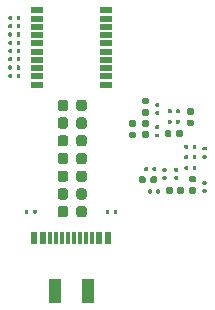
<source format=gbr>
%TF.GenerationSoftware,KiCad,Pcbnew,(5.1.9-0-10_14)*%
%TF.CreationDate,2021-10-13T13:46:12+02:00*%
%TF.ProjectId,s1-ecg-demo,73312d65-6367-42d6-9465-6d6f2e6b6963,2*%
%TF.SameCoordinates,Original*%
%TF.FileFunction,Paste,Top*%
%TF.FilePolarity,Positive*%
%FSLAX46Y46*%
G04 Gerber Fmt 4.6, Leading zero omitted, Abs format (unit mm)*
G04 Created by KiCad (PCBNEW (5.1.9-0-10_14)) date 2021-10-13 13:46:12*
%MOMM*%
%LPD*%
G01*
G04 APERTURE LIST*
%ADD10R,0.990600X2.006600*%
%ADD11R,0.558800X1.092200*%
%ADD12R,0.304800X1.041400*%
%ADD13R,1.000000X0.480000*%
G04 APERTURE END LIST*
%TO.C,R3*%
G36*
G01*
X133796000Y-97500500D02*
X133796000Y-97299500D01*
G75*
G02*
X133875500Y-97220000I79500J0D01*
G01*
X134034500Y-97220000D01*
G75*
G02*
X134114000Y-97299500I0J-79500D01*
G01*
X134114000Y-97500500D01*
G75*
G02*
X134034500Y-97580000I-79500J0D01*
G01*
X133875500Y-97580000D01*
G75*
G02*
X133796000Y-97500500I0J79500D01*
G01*
G37*
G36*
G01*
X134486000Y-97500500D02*
X134486000Y-97299500D01*
G75*
G02*
X134565500Y-97220000I79500J0D01*
G01*
X134724500Y-97220000D01*
G75*
G02*
X134804000Y-97299500I0J-79500D01*
G01*
X134804000Y-97500500D01*
G75*
G02*
X134724500Y-97580000I-79500J0D01*
G01*
X134565500Y-97580000D01*
G75*
G02*
X134486000Y-97500500I0J79500D01*
G01*
G37*
%TD*%
%TO.C,C6*%
G36*
G01*
X144470000Y-103120000D02*
X144130000Y-103120000D01*
G75*
G02*
X143990000Y-102980000I0J140000D01*
G01*
X143990000Y-102700000D01*
G75*
G02*
X144130000Y-102560000I140000J0D01*
G01*
X144470000Y-102560000D01*
G75*
G02*
X144610000Y-102700000I0J-140000D01*
G01*
X144610000Y-102980000D01*
G75*
G02*
X144470000Y-103120000I-140000J0D01*
G01*
G37*
G36*
G01*
X144470000Y-104080000D02*
X144130000Y-104080000D01*
G75*
G02*
X143990000Y-103940000I0J140000D01*
G01*
X143990000Y-103660000D01*
G75*
G02*
X144130000Y-103520000I140000J0D01*
G01*
X144470000Y-103520000D01*
G75*
G02*
X144610000Y-103660000I0J-140000D01*
G01*
X144610000Y-103940000D01*
G75*
G02*
X144470000Y-104080000I-140000J0D01*
G01*
G37*
%TD*%
D10*
%TO.C,J6*%
X140499999Y-116996000D03*
X137700000Y-116996000D03*
D11*
X142199999Y-112500000D03*
X141450000Y-112500000D03*
D12*
X140849999Y-112500000D03*
X140350000Y-112500000D03*
X139850001Y-112500000D03*
X139349999Y-112500000D03*
X138850000Y-112500000D03*
X138349999Y-112500000D03*
X137850000Y-112500000D03*
X137350001Y-112500000D03*
D11*
X136749999Y-112500000D03*
X136000000Y-112500000D03*
%TD*%
%TO.C,R15*%
G36*
G01*
X135176000Y-110400500D02*
X135176000Y-110199500D01*
G75*
G02*
X135255500Y-110120000I79500J0D01*
G01*
X135414500Y-110120000D01*
G75*
G02*
X135494000Y-110199500I0J-79500D01*
G01*
X135494000Y-110400500D01*
G75*
G02*
X135414500Y-110480000I-79500J0D01*
G01*
X135255500Y-110480000D01*
G75*
G02*
X135176000Y-110400500I0J79500D01*
G01*
G37*
G36*
G01*
X135866000Y-110400500D02*
X135866000Y-110199500D01*
G75*
G02*
X135945500Y-110120000I79500J0D01*
G01*
X136104500Y-110120000D01*
G75*
G02*
X136184000Y-110199500I0J-79500D01*
G01*
X136184000Y-110400500D01*
G75*
G02*
X136104500Y-110480000I-79500J0D01*
G01*
X135945500Y-110480000D01*
G75*
G02*
X135866000Y-110400500I0J79500D01*
G01*
G37*
%TD*%
%TO.C,LED4*%
G36*
G01*
X138845799Y-107043750D02*
X138845799Y-107556250D01*
G75*
G02*
X138627049Y-107775000I-218750J0D01*
G01*
X138189549Y-107775000D01*
G75*
G02*
X137970799Y-107556250I0J218750D01*
G01*
X137970799Y-107043750D01*
G75*
G02*
X138189549Y-106825000I218750J0D01*
G01*
X138627049Y-106825000D01*
G75*
G02*
X138845799Y-107043750I0J-218750D01*
G01*
G37*
G36*
G01*
X140420799Y-107043750D02*
X140420799Y-107556250D01*
G75*
G02*
X140202049Y-107775000I-218750J0D01*
G01*
X139764549Y-107775000D01*
G75*
G02*
X139545799Y-107556250I0J218750D01*
G01*
X139545799Y-107043750D01*
G75*
G02*
X139764549Y-106825000I218750J0D01*
G01*
X140202049Y-106825000D01*
G75*
G02*
X140420799Y-107043750I0J-218750D01*
G01*
G37*
%TD*%
%TO.C,R23*%
G36*
G01*
X133796000Y-96800500D02*
X133796000Y-96599500D01*
G75*
G02*
X133875500Y-96520000I79500J0D01*
G01*
X134034500Y-96520000D01*
G75*
G02*
X134114000Y-96599500I0J-79500D01*
G01*
X134114000Y-96800500D01*
G75*
G02*
X134034500Y-96880000I-79500J0D01*
G01*
X133875500Y-96880000D01*
G75*
G02*
X133796000Y-96800500I0J79500D01*
G01*
G37*
G36*
G01*
X134486000Y-96800500D02*
X134486000Y-96599500D01*
G75*
G02*
X134565500Y-96520000I79500J0D01*
G01*
X134724500Y-96520000D01*
G75*
G02*
X134804000Y-96599500I0J-79500D01*
G01*
X134804000Y-96800500D01*
G75*
G02*
X134724500Y-96880000I-79500J0D01*
G01*
X134565500Y-96880000D01*
G75*
G02*
X134486000Y-96800500I0J79500D01*
G01*
G37*
%TD*%
%TO.C,R22*%
G36*
G01*
X133796000Y-98200500D02*
X133796000Y-97999500D01*
G75*
G02*
X133875500Y-97920000I79500J0D01*
G01*
X134034500Y-97920000D01*
G75*
G02*
X134114000Y-97999500I0J-79500D01*
G01*
X134114000Y-98200500D01*
G75*
G02*
X134034500Y-98280000I-79500J0D01*
G01*
X133875500Y-98280000D01*
G75*
G02*
X133796000Y-98200500I0J79500D01*
G01*
G37*
G36*
G01*
X134486000Y-98200500D02*
X134486000Y-97999500D01*
G75*
G02*
X134565500Y-97920000I79500J0D01*
G01*
X134724500Y-97920000D01*
G75*
G02*
X134804000Y-97999500I0J-79500D01*
G01*
X134804000Y-98200500D01*
G75*
G02*
X134724500Y-98280000I-79500J0D01*
G01*
X134565500Y-98280000D01*
G75*
G02*
X134486000Y-98200500I0J79500D01*
G01*
G37*
%TD*%
%TO.C,R21*%
G36*
G01*
X133796000Y-98900500D02*
X133796000Y-98699500D01*
G75*
G02*
X133875500Y-98620000I79500J0D01*
G01*
X134034500Y-98620000D01*
G75*
G02*
X134114000Y-98699500I0J-79500D01*
G01*
X134114000Y-98900500D01*
G75*
G02*
X134034500Y-98980000I-79500J0D01*
G01*
X133875500Y-98980000D01*
G75*
G02*
X133796000Y-98900500I0J79500D01*
G01*
G37*
G36*
G01*
X134486000Y-98900500D02*
X134486000Y-98699500D01*
G75*
G02*
X134565500Y-98620000I79500J0D01*
G01*
X134724500Y-98620000D01*
G75*
G02*
X134804000Y-98699500I0J-79500D01*
G01*
X134804000Y-98900500D01*
G75*
G02*
X134724500Y-98980000I-79500J0D01*
G01*
X134565500Y-98980000D01*
G75*
G02*
X134486000Y-98900500I0J79500D01*
G01*
G37*
%TD*%
%TO.C,R20*%
G36*
G01*
X133796000Y-95400500D02*
X133796000Y-95199500D01*
G75*
G02*
X133875500Y-95120000I79500J0D01*
G01*
X134034500Y-95120000D01*
G75*
G02*
X134114000Y-95199500I0J-79500D01*
G01*
X134114000Y-95400500D01*
G75*
G02*
X134034500Y-95480000I-79500J0D01*
G01*
X133875500Y-95480000D01*
G75*
G02*
X133796000Y-95400500I0J79500D01*
G01*
G37*
G36*
G01*
X134486000Y-95400500D02*
X134486000Y-95199500D01*
G75*
G02*
X134565500Y-95120000I79500J0D01*
G01*
X134724500Y-95120000D01*
G75*
G02*
X134804000Y-95199500I0J-79500D01*
G01*
X134804000Y-95400500D01*
G75*
G02*
X134724500Y-95480000I-79500J0D01*
G01*
X134565500Y-95480000D01*
G75*
G02*
X134486000Y-95400500I0J79500D01*
G01*
G37*
%TD*%
%TO.C,R19*%
G36*
G01*
X133796000Y-94700500D02*
X133796000Y-94499500D01*
G75*
G02*
X133875500Y-94420000I79500J0D01*
G01*
X134034500Y-94420000D01*
G75*
G02*
X134114000Y-94499500I0J-79500D01*
G01*
X134114000Y-94700500D01*
G75*
G02*
X134034500Y-94780000I-79500J0D01*
G01*
X133875500Y-94780000D01*
G75*
G02*
X133796000Y-94700500I0J79500D01*
G01*
G37*
G36*
G01*
X134486000Y-94700500D02*
X134486000Y-94499500D01*
G75*
G02*
X134565500Y-94420000I79500J0D01*
G01*
X134724500Y-94420000D01*
G75*
G02*
X134804000Y-94499500I0J-79500D01*
G01*
X134804000Y-94700500D01*
G75*
G02*
X134724500Y-94780000I-79500J0D01*
G01*
X134565500Y-94780000D01*
G75*
G02*
X134486000Y-94700500I0J79500D01*
G01*
G37*
%TD*%
%TO.C,R18*%
G36*
G01*
X133796000Y-94000500D02*
X133796000Y-93799500D01*
G75*
G02*
X133875500Y-93720000I79500J0D01*
G01*
X134034500Y-93720000D01*
G75*
G02*
X134114000Y-93799500I0J-79500D01*
G01*
X134114000Y-94000500D01*
G75*
G02*
X134034500Y-94080000I-79500J0D01*
G01*
X133875500Y-94080000D01*
G75*
G02*
X133796000Y-94000500I0J79500D01*
G01*
G37*
G36*
G01*
X134486000Y-94000500D02*
X134486000Y-93799500D01*
G75*
G02*
X134565500Y-93720000I79500J0D01*
G01*
X134724500Y-93720000D01*
G75*
G02*
X134804000Y-93799500I0J-79500D01*
G01*
X134804000Y-94000500D01*
G75*
G02*
X134724500Y-94080000I-79500J0D01*
G01*
X134565500Y-94080000D01*
G75*
G02*
X134486000Y-94000500I0J79500D01*
G01*
G37*
%TD*%
%TO.C,R8*%
G36*
G01*
X146500500Y-102104000D02*
X146299500Y-102104000D01*
G75*
G02*
X146220000Y-102024500I0J79500D01*
G01*
X146220000Y-101865500D01*
G75*
G02*
X146299500Y-101786000I79500J0D01*
G01*
X146500500Y-101786000D01*
G75*
G02*
X146580000Y-101865500I0J-79500D01*
G01*
X146580000Y-102024500D01*
G75*
G02*
X146500500Y-102104000I-79500J0D01*
G01*
G37*
G36*
G01*
X146500500Y-101414000D02*
X146299500Y-101414000D01*
G75*
G02*
X146220000Y-101334500I0J79500D01*
G01*
X146220000Y-101175500D01*
G75*
G02*
X146299500Y-101096000I79500J0D01*
G01*
X146500500Y-101096000D01*
G75*
G02*
X146580000Y-101175500I0J-79500D01*
G01*
X146580000Y-101334500D01*
G75*
G02*
X146500500Y-101414000I-79500J0D01*
G01*
G37*
%TD*%
%TO.C,R5*%
G36*
G01*
X146299500Y-102996000D02*
X146500500Y-102996000D01*
G75*
G02*
X146580000Y-103075500I0J-79500D01*
G01*
X146580000Y-103234500D01*
G75*
G02*
X146500500Y-103314000I-79500J0D01*
G01*
X146299500Y-103314000D01*
G75*
G02*
X146220000Y-103234500I0J79500D01*
G01*
X146220000Y-103075500D01*
G75*
G02*
X146299500Y-102996000I79500J0D01*
G01*
G37*
G36*
G01*
X146299500Y-103686000D02*
X146500500Y-103686000D01*
G75*
G02*
X146580000Y-103765500I0J-79500D01*
G01*
X146580000Y-103924500D01*
G75*
G02*
X146500500Y-104004000I-79500J0D01*
G01*
X146299500Y-104004000D01*
G75*
G02*
X146220000Y-103924500I0J79500D01*
G01*
X146220000Y-103765500D01*
G75*
G02*
X146299500Y-103686000I79500J0D01*
G01*
G37*
%TD*%
%TO.C,R1*%
G36*
G01*
X147296000Y-102800500D02*
X147296000Y-102599500D01*
G75*
G02*
X147375500Y-102520000I79500J0D01*
G01*
X147534500Y-102520000D01*
G75*
G02*
X147614000Y-102599500I0J-79500D01*
G01*
X147614000Y-102800500D01*
G75*
G02*
X147534500Y-102880000I-79500J0D01*
G01*
X147375500Y-102880000D01*
G75*
G02*
X147296000Y-102800500I0J79500D01*
G01*
G37*
G36*
G01*
X147986000Y-102800500D02*
X147986000Y-102599500D01*
G75*
G02*
X148065500Y-102520000I79500J0D01*
G01*
X148224500Y-102520000D01*
G75*
G02*
X148304000Y-102599500I0J-79500D01*
G01*
X148304000Y-102800500D01*
G75*
G02*
X148224500Y-102880000I-79500J0D01*
G01*
X148065500Y-102880000D01*
G75*
G02*
X147986000Y-102800500I0J79500D01*
G01*
G37*
%TD*%
%TO.C,R4*%
G36*
G01*
X148696000Y-105800500D02*
X148696000Y-105599500D01*
G75*
G02*
X148775500Y-105520000I79500J0D01*
G01*
X148934500Y-105520000D01*
G75*
G02*
X149014000Y-105599500I0J-79500D01*
G01*
X149014000Y-105800500D01*
G75*
G02*
X148934500Y-105880000I-79500J0D01*
G01*
X148775500Y-105880000D01*
G75*
G02*
X148696000Y-105800500I0J79500D01*
G01*
G37*
G36*
G01*
X149386000Y-105800500D02*
X149386000Y-105599500D01*
G75*
G02*
X149465500Y-105520000I79500J0D01*
G01*
X149624500Y-105520000D01*
G75*
G02*
X149704000Y-105599500I0J-79500D01*
G01*
X149704000Y-105800500D01*
G75*
G02*
X149624500Y-105880000I-79500J0D01*
G01*
X149465500Y-105880000D01*
G75*
G02*
X149386000Y-105800500I0J79500D01*
G01*
G37*
%TD*%
%TO.C,R2*%
G36*
G01*
X148696000Y-104900500D02*
X148696000Y-104699500D01*
G75*
G02*
X148775500Y-104620000I79500J0D01*
G01*
X148934500Y-104620000D01*
G75*
G02*
X149014000Y-104699500I0J-79500D01*
G01*
X149014000Y-104900500D01*
G75*
G02*
X148934500Y-104980000I-79500J0D01*
G01*
X148775500Y-104980000D01*
G75*
G02*
X148696000Y-104900500I0J79500D01*
G01*
G37*
G36*
G01*
X149386000Y-104900500D02*
X149386000Y-104699500D01*
G75*
G02*
X149465500Y-104620000I79500J0D01*
G01*
X149624500Y-104620000D01*
G75*
G02*
X149704000Y-104699500I0J-79500D01*
G01*
X149704000Y-104900500D01*
G75*
G02*
X149624500Y-104980000I-79500J0D01*
G01*
X149465500Y-104980000D01*
G75*
G02*
X149386000Y-104900500I0J79500D01*
G01*
G37*
%TD*%
%TO.C,R11*%
G36*
G01*
X146604000Y-108499500D02*
X146604000Y-108700500D01*
G75*
G02*
X146524500Y-108780000I-79500J0D01*
G01*
X146365500Y-108780000D01*
G75*
G02*
X146286000Y-108700500I0J79500D01*
G01*
X146286000Y-108499500D01*
G75*
G02*
X146365500Y-108420000I79500J0D01*
G01*
X146524500Y-108420000D01*
G75*
G02*
X146604000Y-108499500I0J-79500D01*
G01*
G37*
G36*
G01*
X145914000Y-108499500D02*
X145914000Y-108700500D01*
G75*
G02*
X145834500Y-108780000I-79500J0D01*
G01*
X145675500Y-108780000D01*
G75*
G02*
X145596000Y-108700500I0J79500D01*
G01*
X145596000Y-108499500D01*
G75*
G02*
X145675500Y-108420000I79500J0D01*
G01*
X145834500Y-108420000D01*
G75*
G02*
X145914000Y-108499500I0J-79500D01*
G01*
G37*
%TD*%
%TO.C,R9*%
G36*
G01*
X150500500Y-108704000D02*
X150299500Y-108704000D01*
G75*
G02*
X150220000Y-108624500I0J79500D01*
G01*
X150220000Y-108465500D01*
G75*
G02*
X150299500Y-108386000I79500J0D01*
G01*
X150500500Y-108386000D01*
G75*
G02*
X150580000Y-108465500I0J-79500D01*
G01*
X150580000Y-108624500D01*
G75*
G02*
X150500500Y-108704000I-79500J0D01*
G01*
G37*
G36*
G01*
X150500500Y-108014000D02*
X150299500Y-108014000D01*
G75*
G02*
X150220000Y-107934500I0J79500D01*
G01*
X150220000Y-107775500D01*
G75*
G02*
X150299500Y-107696000I79500J0D01*
G01*
X150500500Y-107696000D01*
G75*
G02*
X150580000Y-107775500I0J-79500D01*
G01*
X150580000Y-107934500D01*
G75*
G02*
X150500500Y-108014000I-79500J0D01*
G01*
G37*
%TD*%
%TO.C,R14*%
G36*
G01*
X146304000Y-106599500D02*
X146304000Y-106800500D01*
G75*
G02*
X146224500Y-106880000I-79500J0D01*
G01*
X146065500Y-106880000D01*
G75*
G02*
X145986000Y-106800500I0J79500D01*
G01*
X145986000Y-106599500D01*
G75*
G02*
X146065500Y-106520000I79500J0D01*
G01*
X146224500Y-106520000D01*
G75*
G02*
X146304000Y-106599500I0J-79500D01*
G01*
G37*
G36*
G01*
X145614000Y-106599500D02*
X145614000Y-106800500D01*
G75*
G02*
X145534500Y-106880000I-79500J0D01*
G01*
X145375500Y-106880000D01*
G75*
G02*
X145296000Y-106800500I0J79500D01*
G01*
X145296000Y-106599500D01*
G75*
G02*
X145375500Y-106520000I79500J0D01*
G01*
X145534500Y-106520000D01*
G75*
G02*
X145614000Y-106599500I0J-79500D01*
G01*
G37*
%TD*%
%TO.C,R13*%
G36*
G01*
X147100500Y-107604000D02*
X146899500Y-107604000D01*
G75*
G02*
X146820000Y-107524500I0J79500D01*
G01*
X146820000Y-107365500D01*
G75*
G02*
X146899500Y-107286000I79500J0D01*
G01*
X147100500Y-107286000D01*
G75*
G02*
X147180000Y-107365500I0J-79500D01*
G01*
X147180000Y-107524500D01*
G75*
G02*
X147100500Y-107604000I-79500J0D01*
G01*
G37*
G36*
G01*
X147100500Y-106914000D02*
X146899500Y-106914000D01*
G75*
G02*
X146820000Y-106834500I0J79500D01*
G01*
X146820000Y-106675500D01*
G75*
G02*
X146899500Y-106596000I79500J0D01*
G01*
X147100500Y-106596000D01*
G75*
G02*
X147180000Y-106675500I0J-79500D01*
G01*
X147180000Y-106834500D01*
G75*
G02*
X147100500Y-106914000I-79500J0D01*
G01*
G37*
%TD*%
%TO.C,R7*%
G36*
G01*
X150299500Y-104796000D02*
X150500500Y-104796000D01*
G75*
G02*
X150580000Y-104875500I0J-79500D01*
G01*
X150580000Y-105034500D01*
G75*
G02*
X150500500Y-105114000I-79500J0D01*
G01*
X150299500Y-105114000D01*
G75*
G02*
X150220000Y-105034500I0J79500D01*
G01*
X150220000Y-104875500D01*
G75*
G02*
X150299500Y-104796000I79500J0D01*
G01*
G37*
G36*
G01*
X150299500Y-105486000D02*
X150500500Y-105486000D01*
G75*
G02*
X150580000Y-105565500I0J-79500D01*
G01*
X150580000Y-105724500D01*
G75*
G02*
X150500500Y-105804000I-79500J0D01*
G01*
X150299500Y-105804000D01*
G75*
G02*
X150220000Y-105724500I0J79500D01*
G01*
X150220000Y-105565500D01*
G75*
G02*
X150299500Y-105486000I79500J0D01*
G01*
G37*
%TD*%
%TO.C,R6*%
G36*
G01*
X149704000Y-106499500D02*
X149704000Y-106700500D01*
G75*
G02*
X149624500Y-106780000I-79500J0D01*
G01*
X149465500Y-106780000D01*
G75*
G02*
X149386000Y-106700500I0J79500D01*
G01*
X149386000Y-106499500D01*
G75*
G02*
X149465500Y-106420000I79500J0D01*
G01*
X149624500Y-106420000D01*
G75*
G02*
X149704000Y-106499500I0J-79500D01*
G01*
G37*
G36*
G01*
X149014000Y-106499500D02*
X149014000Y-106700500D01*
G75*
G02*
X148934500Y-106780000I-79500J0D01*
G01*
X148775500Y-106780000D01*
G75*
G02*
X148696000Y-106700500I0J79500D01*
G01*
X148696000Y-106499500D01*
G75*
G02*
X148775500Y-106420000I79500J0D01*
G01*
X148934500Y-106420000D01*
G75*
G02*
X149014000Y-106499500I0J-79500D01*
G01*
G37*
%TD*%
%TO.C,R10*%
G36*
G01*
X148304000Y-101699500D02*
X148304000Y-101900500D01*
G75*
G02*
X148224500Y-101980000I-79500J0D01*
G01*
X148065500Y-101980000D01*
G75*
G02*
X147986000Y-101900500I0J79500D01*
G01*
X147986000Y-101699500D01*
G75*
G02*
X148065500Y-101620000I79500J0D01*
G01*
X148224500Y-101620000D01*
G75*
G02*
X148304000Y-101699500I0J-79500D01*
G01*
G37*
G36*
G01*
X147614000Y-101699500D02*
X147614000Y-101900500D01*
G75*
G02*
X147534500Y-101980000I-79500J0D01*
G01*
X147375500Y-101980000D01*
G75*
G02*
X147296000Y-101900500I0J79500D01*
G01*
X147296000Y-101699500D01*
G75*
G02*
X147375500Y-101620000I79500J0D01*
G01*
X147534500Y-101620000D01*
G75*
G02*
X147614000Y-101699500I0J-79500D01*
G01*
G37*
%TD*%
%TO.C,R12*%
G36*
G01*
X148100500Y-107604000D02*
X147899500Y-107604000D01*
G75*
G02*
X147820000Y-107524500I0J79500D01*
G01*
X147820000Y-107365500D01*
G75*
G02*
X147899500Y-107286000I79500J0D01*
G01*
X148100500Y-107286000D01*
G75*
G02*
X148180000Y-107365500I0J-79500D01*
G01*
X148180000Y-107524500D01*
G75*
G02*
X148100500Y-107604000I-79500J0D01*
G01*
G37*
G36*
G01*
X148100500Y-106914000D02*
X147899500Y-106914000D01*
G75*
G02*
X147820000Y-106834500I0J79500D01*
G01*
X147820000Y-106675500D01*
G75*
G02*
X147899500Y-106596000I79500J0D01*
G01*
X148100500Y-106596000D01*
G75*
G02*
X148180000Y-106675500I0J-79500D01*
G01*
X148180000Y-106834500D01*
G75*
G02*
X148100500Y-106914000I-79500J0D01*
G01*
G37*
%TD*%
%TO.C,R17*%
G36*
G01*
X133796000Y-96100500D02*
X133796000Y-95899500D01*
G75*
G02*
X133875500Y-95820000I79500J0D01*
G01*
X134034500Y-95820000D01*
G75*
G02*
X134114000Y-95899500I0J-79500D01*
G01*
X134114000Y-96100500D01*
G75*
G02*
X134034500Y-96180000I-79500J0D01*
G01*
X133875500Y-96180000D01*
G75*
G02*
X133796000Y-96100500I0J79500D01*
G01*
G37*
G36*
G01*
X134486000Y-96100500D02*
X134486000Y-95899500D01*
G75*
G02*
X134565500Y-95820000I79500J0D01*
G01*
X134724500Y-95820000D01*
G75*
G02*
X134804000Y-95899500I0J-79500D01*
G01*
X134804000Y-96100500D01*
G75*
G02*
X134724500Y-96180000I-79500J0D01*
G01*
X134565500Y-96180000D01*
G75*
G02*
X134486000Y-96100500I0J79500D01*
G01*
G37*
%TD*%
%TO.C,R16*%
G36*
G01*
X143024000Y-110199500D02*
X143024000Y-110400500D01*
G75*
G02*
X142944500Y-110480000I-79500J0D01*
G01*
X142785500Y-110480000D01*
G75*
G02*
X142706000Y-110400500I0J79500D01*
G01*
X142706000Y-110199500D01*
G75*
G02*
X142785500Y-110120000I79500J0D01*
G01*
X142944500Y-110120000D01*
G75*
G02*
X143024000Y-110199500I0J-79500D01*
G01*
G37*
G36*
G01*
X142334000Y-110199500D02*
X142334000Y-110400500D01*
G75*
G02*
X142254500Y-110480000I-79500J0D01*
G01*
X142095500Y-110480000D01*
G75*
G02*
X142016000Y-110400500I0J79500D01*
G01*
X142016000Y-110199500D01*
G75*
G02*
X142095500Y-110120000I79500J0D01*
G01*
X142254500Y-110120000D01*
G75*
G02*
X142334000Y-110199500I0J-79500D01*
G01*
G37*
%TD*%
%TO.C,LED7*%
G36*
G01*
X138845799Y-104043750D02*
X138845799Y-104556250D01*
G75*
G02*
X138627049Y-104775000I-218750J0D01*
G01*
X138189549Y-104775000D01*
G75*
G02*
X137970799Y-104556250I0J218750D01*
G01*
X137970799Y-104043750D01*
G75*
G02*
X138189549Y-103825000I218750J0D01*
G01*
X138627049Y-103825000D01*
G75*
G02*
X138845799Y-104043750I0J-218750D01*
G01*
G37*
G36*
G01*
X140420799Y-104043750D02*
X140420799Y-104556250D01*
G75*
G02*
X140202049Y-104775000I-218750J0D01*
G01*
X139764549Y-104775000D01*
G75*
G02*
X139545799Y-104556250I0J218750D01*
G01*
X139545799Y-104043750D01*
G75*
G02*
X139764549Y-103825000I218750J0D01*
G01*
X140202049Y-103825000D01*
G75*
G02*
X140420799Y-104043750I0J-218750D01*
G01*
G37*
%TD*%
%TO.C,LED6*%
G36*
G01*
X138845799Y-102543750D02*
X138845799Y-103056250D01*
G75*
G02*
X138627049Y-103275000I-218750J0D01*
G01*
X138189549Y-103275000D01*
G75*
G02*
X137970799Y-103056250I0J218750D01*
G01*
X137970799Y-102543750D01*
G75*
G02*
X138189549Y-102325000I218750J0D01*
G01*
X138627049Y-102325000D01*
G75*
G02*
X138845799Y-102543750I0J-218750D01*
G01*
G37*
G36*
G01*
X140420799Y-102543750D02*
X140420799Y-103056250D01*
G75*
G02*
X140202049Y-103275000I-218750J0D01*
G01*
X139764549Y-103275000D01*
G75*
G02*
X139545799Y-103056250I0J218750D01*
G01*
X139545799Y-102543750D01*
G75*
G02*
X139764549Y-102325000I218750J0D01*
G01*
X140202049Y-102325000D01*
G75*
G02*
X140420799Y-102543750I0J-218750D01*
G01*
G37*
%TD*%
%TO.C,LED5*%
G36*
G01*
X138845799Y-101043750D02*
X138845799Y-101556250D01*
G75*
G02*
X138627049Y-101775000I-218750J0D01*
G01*
X138189549Y-101775000D01*
G75*
G02*
X137970799Y-101556250I0J218750D01*
G01*
X137970799Y-101043750D01*
G75*
G02*
X138189549Y-100825000I218750J0D01*
G01*
X138627049Y-100825000D01*
G75*
G02*
X138845799Y-101043750I0J-218750D01*
G01*
G37*
G36*
G01*
X140420799Y-101043750D02*
X140420799Y-101556250D01*
G75*
G02*
X140202049Y-101775000I-218750J0D01*
G01*
X139764549Y-101775000D01*
G75*
G02*
X139545799Y-101556250I0J218750D01*
G01*
X139545799Y-101043750D01*
G75*
G02*
X139764549Y-100825000I218750J0D01*
G01*
X140202049Y-100825000D01*
G75*
G02*
X140420799Y-101043750I0J-218750D01*
G01*
G37*
%TD*%
%TO.C,LED3*%
G36*
G01*
X138845799Y-108543750D02*
X138845799Y-109056250D01*
G75*
G02*
X138627049Y-109275000I-218750J0D01*
G01*
X138189549Y-109275000D01*
G75*
G02*
X137970799Y-109056250I0J218750D01*
G01*
X137970799Y-108543750D01*
G75*
G02*
X138189549Y-108325000I218750J0D01*
G01*
X138627049Y-108325000D01*
G75*
G02*
X138845799Y-108543750I0J-218750D01*
G01*
G37*
G36*
G01*
X140420799Y-108543750D02*
X140420799Y-109056250D01*
G75*
G02*
X140202049Y-109275000I-218750J0D01*
G01*
X139764549Y-109275000D01*
G75*
G02*
X139545799Y-109056250I0J218750D01*
G01*
X139545799Y-108543750D01*
G75*
G02*
X139764549Y-108325000I218750J0D01*
G01*
X140202049Y-108325000D01*
G75*
G02*
X140420799Y-108543750I0J-218750D01*
G01*
G37*
%TD*%
%TO.C,LED2*%
G36*
G01*
X138845799Y-110043750D02*
X138845799Y-110556250D01*
G75*
G02*
X138627049Y-110775000I-218750J0D01*
G01*
X138189549Y-110775000D01*
G75*
G02*
X137970799Y-110556250I0J218750D01*
G01*
X137970799Y-110043750D01*
G75*
G02*
X138189549Y-109825000I218750J0D01*
G01*
X138627049Y-109825000D01*
G75*
G02*
X138845799Y-110043750I0J-218750D01*
G01*
G37*
G36*
G01*
X140420799Y-110043750D02*
X140420799Y-110556250D01*
G75*
G02*
X140202049Y-110775000I-218750J0D01*
G01*
X139764549Y-110775000D01*
G75*
G02*
X139545799Y-110556250I0J218750D01*
G01*
X139545799Y-110043750D01*
G75*
G02*
X139764549Y-109825000I218750J0D01*
G01*
X140202049Y-109825000D01*
G75*
G02*
X140420799Y-110043750I0J-218750D01*
G01*
G37*
%TD*%
%TO.C,LED1*%
G36*
G01*
X138845799Y-105543750D02*
X138845799Y-106056250D01*
G75*
G02*
X138627049Y-106275000I-218750J0D01*
G01*
X138189549Y-106275000D01*
G75*
G02*
X137970799Y-106056250I0J218750D01*
G01*
X137970799Y-105543750D01*
G75*
G02*
X138189549Y-105325000I218750J0D01*
G01*
X138627049Y-105325000D01*
G75*
G02*
X138845799Y-105543750I0J-218750D01*
G01*
G37*
G36*
G01*
X140420799Y-105543750D02*
X140420799Y-106056250D01*
G75*
G02*
X140202049Y-106275000I-218750J0D01*
G01*
X139764549Y-106275000D01*
G75*
G02*
X139545799Y-106056250I0J218750D01*
G01*
X139545799Y-105543750D01*
G75*
G02*
X139764549Y-105325000I218750J0D01*
G01*
X140202049Y-105325000D01*
G75*
G02*
X140420799Y-105543750I0J-218750D01*
G01*
G37*
%TD*%
%TO.C,C3*%
G36*
G01*
X145570000Y-101200000D02*
X145230000Y-101200000D01*
G75*
G02*
X145090000Y-101060000I0J140000D01*
G01*
X145090000Y-100780000D01*
G75*
G02*
X145230000Y-100640000I140000J0D01*
G01*
X145570000Y-100640000D01*
G75*
G02*
X145710000Y-100780000I0J-140000D01*
G01*
X145710000Y-101060000D01*
G75*
G02*
X145570000Y-101200000I-140000J0D01*
G01*
G37*
G36*
G01*
X145570000Y-102160000D02*
X145230000Y-102160000D01*
G75*
G02*
X145090000Y-102020000I0J140000D01*
G01*
X145090000Y-101740000D01*
G75*
G02*
X145230000Y-101600000I140000J0D01*
G01*
X145570000Y-101600000D01*
G75*
G02*
X145710000Y-101740000I0J-140000D01*
G01*
X145710000Y-102020000D01*
G75*
G02*
X145570000Y-102160000I-140000J0D01*
G01*
G37*
%TD*%
%TO.C,C5*%
G36*
G01*
X145570000Y-103100000D02*
X145230000Y-103100000D01*
G75*
G02*
X145090000Y-102960000I0J140000D01*
G01*
X145090000Y-102680000D01*
G75*
G02*
X145230000Y-102540000I140000J0D01*
G01*
X145570000Y-102540000D01*
G75*
G02*
X145710000Y-102680000I0J-140000D01*
G01*
X145710000Y-102960000D01*
G75*
G02*
X145570000Y-103100000I-140000J0D01*
G01*
G37*
G36*
G01*
X145570000Y-104060000D02*
X145230000Y-104060000D01*
G75*
G02*
X145090000Y-103920000I0J140000D01*
G01*
X145090000Y-103640000D01*
G75*
G02*
X145230000Y-103500000I140000J0D01*
G01*
X145570000Y-103500000D01*
G75*
G02*
X145710000Y-103640000I0J-140000D01*
G01*
X145710000Y-103920000D01*
G75*
G02*
X145570000Y-104060000I-140000J0D01*
G01*
G37*
%TD*%
%TO.C,C1*%
G36*
G01*
X147600000Y-103530000D02*
X147600000Y-103870000D01*
G75*
G02*
X147460000Y-104010000I-140000J0D01*
G01*
X147180000Y-104010000D01*
G75*
G02*
X147040000Y-103870000I0J140000D01*
G01*
X147040000Y-103530000D01*
G75*
G02*
X147180000Y-103390000I140000J0D01*
G01*
X147460000Y-103390000D01*
G75*
G02*
X147600000Y-103530000I0J-140000D01*
G01*
G37*
G36*
G01*
X148560000Y-103530000D02*
X148560000Y-103870000D01*
G75*
G02*
X148420000Y-104010000I-140000J0D01*
G01*
X148140000Y-104010000D01*
G75*
G02*
X148000000Y-103870000I0J140000D01*
G01*
X148000000Y-103530000D01*
G75*
G02*
X148140000Y-103390000I140000J0D01*
G01*
X148420000Y-103390000D01*
G75*
G02*
X148560000Y-103530000I0J-140000D01*
G01*
G37*
%TD*%
%TO.C,C7*%
G36*
G01*
X147700000Y-108330000D02*
X147700000Y-108670000D01*
G75*
G02*
X147560000Y-108810000I-140000J0D01*
G01*
X147280000Y-108810000D01*
G75*
G02*
X147140000Y-108670000I0J140000D01*
G01*
X147140000Y-108330000D01*
G75*
G02*
X147280000Y-108190000I140000J0D01*
G01*
X147560000Y-108190000D01*
G75*
G02*
X147700000Y-108330000I0J-140000D01*
G01*
G37*
G36*
G01*
X148660000Y-108330000D02*
X148660000Y-108670000D01*
G75*
G02*
X148520000Y-108810000I-140000J0D01*
G01*
X148240000Y-108810000D01*
G75*
G02*
X148100000Y-108670000I0J140000D01*
G01*
X148100000Y-108330000D01*
G75*
G02*
X148240000Y-108190000I140000J0D01*
G01*
X148520000Y-108190000D01*
G75*
G02*
X148660000Y-108330000I0J-140000D01*
G01*
G37*
%TD*%
%TO.C,C4*%
G36*
G01*
X149570000Y-107820000D02*
X149230000Y-107820000D01*
G75*
G02*
X149090000Y-107680000I0J140000D01*
G01*
X149090000Y-107400000D01*
G75*
G02*
X149230000Y-107260000I140000J0D01*
G01*
X149570000Y-107260000D01*
G75*
G02*
X149710000Y-107400000I0J-140000D01*
G01*
X149710000Y-107680000D01*
G75*
G02*
X149570000Y-107820000I-140000J0D01*
G01*
G37*
G36*
G01*
X149570000Y-108780000D02*
X149230000Y-108780000D01*
G75*
G02*
X149090000Y-108640000I0J140000D01*
G01*
X149090000Y-108360000D01*
G75*
G02*
X149230000Y-108220000I140000J0D01*
G01*
X149570000Y-108220000D01*
G75*
G02*
X149710000Y-108360000I0J-140000D01*
G01*
X149710000Y-108640000D01*
G75*
G02*
X149570000Y-108780000I-140000J0D01*
G01*
G37*
%TD*%
%TO.C,C8*%
G36*
G01*
X145820000Y-107770000D02*
X145820000Y-107430000D01*
G75*
G02*
X145960000Y-107290000I140000J0D01*
G01*
X146240000Y-107290000D01*
G75*
G02*
X146380000Y-107430000I0J-140000D01*
G01*
X146380000Y-107770000D01*
G75*
G02*
X146240000Y-107910000I-140000J0D01*
G01*
X145960000Y-107910000D01*
G75*
G02*
X145820000Y-107770000I0J140000D01*
G01*
G37*
G36*
G01*
X144860000Y-107770000D02*
X144860000Y-107430000D01*
G75*
G02*
X145000000Y-107290000I140000J0D01*
G01*
X145280000Y-107290000D01*
G75*
G02*
X145420000Y-107430000I0J-140000D01*
G01*
X145420000Y-107770000D01*
G75*
G02*
X145280000Y-107910000I-140000J0D01*
G01*
X145000000Y-107910000D01*
G75*
G02*
X144860000Y-107770000I0J140000D01*
G01*
G37*
%TD*%
%TO.C,C2*%
G36*
G01*
X149030000Y-102500000D02*
X149370000Y-102500000D01*
G75*
G02*
X149510000Y-102640000I0J-140000D01*
G01*
X149510000Y-102920000D01*
G75*
G02*
X149370000Y-103060000I-140000J0D01*
G01*
X149030000Y-103060000D01*
G75*
G02*
X148890000Y-102920000I0J140000D01*
G01*
X148890000Y-102640000D01*
G75*
G02*
X149030000Y-102500000I140000J0D01*
G01*
G37*
G36*
G01*
X149030000Y-101540000D02*
X149370000Y-101540000D01*
G75*
G02*
X149510000Y-101680000I0J-140000D01*
G01*
X149510000Y-101960000D01*
G75*
G02*
X149370000Y-102100000I-140000J0D01*
G01*
X149030000Y-102100000D01*
G75*
G02*
X148890000Y-101960000I0J140000D01*
G01*
X148890000Y-101680000D01*
G75*
G02*
X149030000Y-101540000I140000J0D01*
G01*
G37*
%TD*%
D13*
%TO.C,MOD1*%
X142024201Y-93950000D03*
X142024201Y-94650000D03*
X142024201Y-95350000D03*
X142024201Y-96050000D03*
X142024201Y-96750000D03*
X142024201Y-97450000D03*
X142024201Y-98150000D03*
X142024201Y-98850000D03*
X142024201Y-99550000D03*
X136224201Y-99550000D03*
X136224201Y-98850000D03*
X136224201Y-98150000D03*
X136224201Y-97450000D03*
X136224201Y-96750000D03*
X136224201Y-96050000D03*
X136224201Y-95350000D03*
X136224201Y-94650000D03*
X136224201Y-93250000D03*
X136224201Y-93950000D03*
X142024201Y-93250000D03*
%TD*%
M02*

</source>
